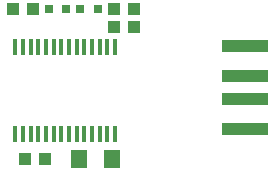
<source format=gbr>
G04 EAGLE Gerber X2 export*
%TF.Part,Single*%
%TF.FileFunction,Paste,Top*%
%TF.FilePolarity,Positive*%
%TF.GenerationSoftware,Autodesk,EAGLE,9.1.3*%
%TF.CreationDate,2018-09-14T10:43:52Z*%
G75*
%MOMM*%
%FSLAX34Y34*%
%LPD*%
%AMOC8*
5,1,8,0,0,1.08239X$1,22.5*%
G01*
%ADD10R,1.100000X1.000000*%
%ADD11R,1.400000X1.600000*%
%ADD12R,0.348000X1.397000*%
%ADD13R,0.800000X0.800000*%
%ADD14R,4.000000X1.120000*%


D10*
X117230Y139700D03*
X134230Y139700D03*
D11*
X87600Y27940D03*
X115600Y27940D03*
D10*
X42300Y27940D03*
X59300Y27940D03*
D12*
X33950Y122920D03*
X40450Y122920D03*
X46950Y122920D03*
X53450Y122920D03*
X59950Y122920D03*
X66450Y122920D03*
X72950Y122920D03*
X85950Y122920D03*
X79450Y122920D03*
X92450Y122920D03*
X98950Y122920D03*
X105450Y122920D03*
X111950Y122920D03*
X118450Y122920D03*
X33950Y49800D03*
X40450Y49800D03*
X46950Y49800D03*
X53450Y49800D03*
X59950Y49800D03*
X66450Y49800D03*
X72950Y49800D03*
X79450Y49800D03*
X85950Y49800D03*
X92450Y49800D03*
X98950Y49800D03*
X105450Y49800D03*
X111950Y49800D03*
X118450Y49800D03*
D10*
X49140Y154940D03*
X32140Y154940D03*
X117230Y154940D03*
X134230Y154940D03*
D13*
X77350Y154940D03*
X62350Y154940D03*
X89020Y154940D03*
X104020Y154940D03*
D14*
X228300Y78900D03*
X228300Y98900D03*
X228300Y53900D03*
X228300Y123900D03*
M02*

</source>
